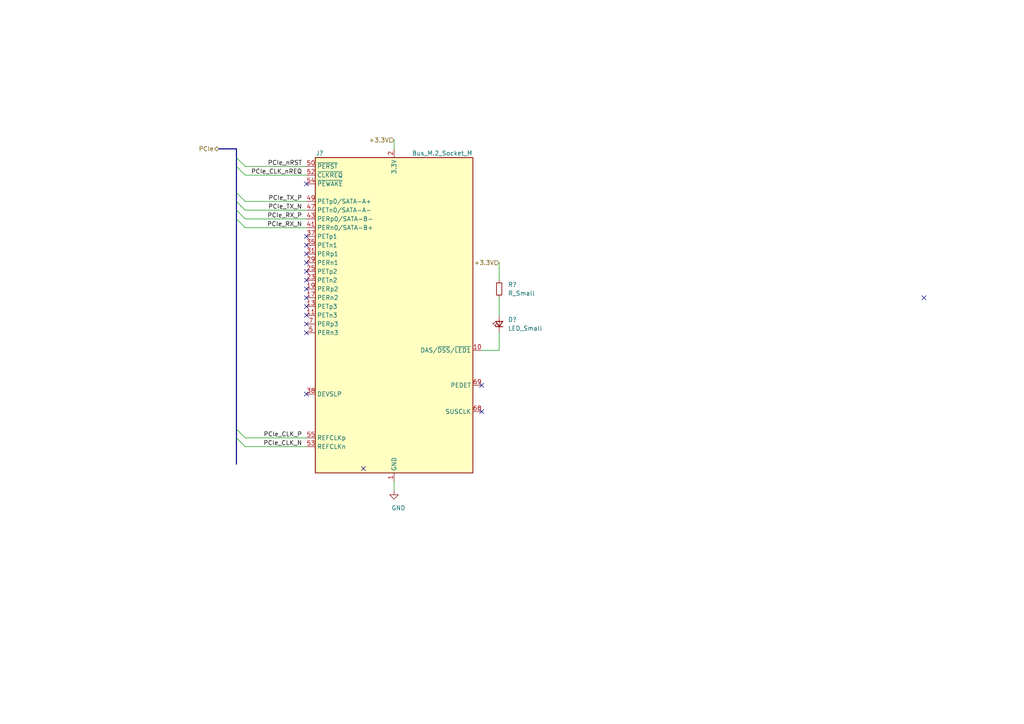
<source format=kicad_sch>
(kicad_sch (version 20201015) (generator eeschema)
  (paper "A4")
  (lib_symbols
    (symbol "Connector:Bus_M.2_Socket_M"
      (property "Reference" "J" (at -22.86 46.99 0))
      (property "Value" "Bus_M.2_Socket_M" (at 16.51 46.99 0))
      (symbol "Bus_M.2_Socket_M_0_1"
        (rectangle (start -22.86 45.72) (end 22.86 -45.72) (stroke (width 0.254)) (fill (type background)))
      )
      (symbol "Bus_M.2_Socket_M_1_1"
        (pin power_in line (at 0 -48.26 90) (length 2.54) (name "GND") (number "1"))
        (pin bidirectional line (at 25.4 -10.16 180) (length 2.54) (name "DAS/~DSS~/~LED1") (number "10"))
        (pin output line (at -25.4 0 0) (length 2.54) (name "PETn3") (number "11"))
        (pin passive line (at 0 48.26 270) (length 2.54) hide (name "3.3V") (number "12"))
        (pin output line (at -25.4 2.54 0) (length 2.54) (name "PETp3") (number "13"))
        (pin passive line (at 0 48.26 270) (length 2.54) hide (name "3.3V") (number "14"))
        (pin passive line (at 0 -48.26 90) (length 2.54) hide (name "GND") (number "15"))
        (pin passive line (at 0 48.26 270) (length 2.54) hide (name "3.3V") (number "16"))
        (pin input line (at -25.4 5.08 0) (length 2.54) (name "PERn2") (number "17"))
        (pin passive line (at 0 48.26 270) (length 2.54) hide (name "3.3V") (number "18"))
        (pin input line (at -25.4 7.62 0) (length 2.54) (name "PERp2") (number "19"))
        (pin power_in line (at 0 48.26 270) (length 2.54) (name "3.3V") (number "2"))
        (pin unconnected line (at 22.86 2.54 180) (length 2.54) hide (name "NC") (number "20"))
        (pin passive line (at 0 -48.26 90) (length 2.54) hide (name "GND") (number "21"))
        (pin unconnected line (at 22.86 5.08 180) (length 2.54) hide (name "NC") (number "22"))
        (pin output line (at -25.4 10.16 0) (length 2.54) (name "PETn2") (number "23"))
        (pin unconnected line (at 22.86 7.62 180) (length 2.54) hide (name "NC") (number "24"))
        (pin output line (at -25.4 12.7 0) (length 2.54) (name "PETp2") (number "25"))
        (pin unconnected line (at 22.86 10.16 180) (length 2.54) hide (name "NC") (number "26"))
        (pin passive line (at 0 -48.26 90) (length 2.54) hide (name "GND") (number "27"))
        (pin unconnected line (at 22.86 12.7 180) (length 2.54) hide (name "NC") (number "28"))
        (pin input line (at -25.4 15.24 0) (length 2.54) (name "PERn1") (number "29"))
        (pin passive line (at 0 -48.26 90) (length 2.54) hide (name "GND") (number "3"))
        (pin unconnected line (at 22.86 15.24 180) (length 2.54) hide (name "NC") (number "30"))
        (pin input line (at -25.4 17.78 0) (length 2.54) (name "PERp1") (number "31"))
        (pin unconnected line (at 22.86 17.78 180) (length 2.54) hide (name "NC") (number "32"))
        (pin passive line (at 0 -48.26 90) (length 2.54) hide (name "GND") (number "33"))
        (pin unconnected line (at 22.86 20.32 180) (length 2.54) hide (name "NC") (number "34"))
        (pin output line (at -25.4 20.32 0) (length 2.54) (name "PETn1") (number "35"))
        (pin unconnected line (at 22.86 22.86 180) (length 2.54) hide (name "NC") (number "36"))
        (pin output line (at -25.4 22.86 0) (length 2.54) (name "PETp1") (number "37"))
        (pin output line (at -25.4 -22.86 0) (length 2.54) (name "DEVSLP") (number "38"))
        (pin passive line (at 0 -48.26 90) (length 2.54) hide (name "GND") (number "39"))
        (pin passive line (at 0 48.26 270) (length 2.54) hide (name "3.3V") (number "4"))
        (pin unconnected line (at 22.86 25.4 180) (length 2.54) hide (name "NC") (number "40"))
        (pin input line (at -25.4 25.4 0) (length 2.54) (name "PERn0/SATA-B+") (number "41"))
        (pin unconnected line (at 22.86 27.94 180) (length 2.54) hide (name "NC") (number "42"))
        (pin input line (at -25.4 27.94 0) (length 2.54) (name "PERp0/SATA-B-") (number "43"))
        (pin unconnected line (at 22.86 30.48 180) (length 2.54) hide (name "NC") (number "44"))
        (pin passive line (at 0 -48.26 90) (length 2.54) hide (name "GND") (number "45"))
        (pin unconnected line (at 22.86 33.02 180) (length 2.54) hide (name "NC") (number "46"))
        (pin output line (at -25.4 30.48 0) (length 2.54) (name "PETn0/SATA-A-") (number "47"))
        (pin unconnected line (at 22.86 35.56 180) (length 2.54) hide (name "NC") (number "48"))
        (pin output line (at -25.4 33.02 0) (length 2.54) (name "PETp0/SATA-A+") (number "49"))
        (pin input line (at -25.4 -5.08 0) (length 2.54) (name "PERn3") (number "5"))
        (pin output line (at -25.4 43.18 0) (length 2.54) (name "~PERST") (number "50"))
        (pin passive line (at 0 -48.26 90) (length 2.54) hide (name "GND") (number "51"))
        (pin bidirectional line (at -25.4 40.64 0) (length 2.54) (name "~CLKREQ") (number "52"))
        (pin output line (at -25.4 -38.1 0) (length 2.54) (name "REFCLKn") (number "53"))
        (pin bidirectional line (at -25.4 38.1 0) (length 2.54) (name "~PEWAKE") (number "54"))
        (pin output line (at -25.4 -35.56 0) (length 2.54) (name "REFCLKp") (number "55"))
        (pin unconnected line (at 22.86 38.1 180) (length 2.54) hide (name "NC") (number "56"))
        (pin passive line (at 0 -48.26 90) (length 2.54) hide (name "GND") (number "57"))
        (pin unconnected line (at 22.86 40.64 180) (length 2.54) hide (name "NC") (number "58"))
        (pin unconnected line (at 22.86 -2.54 180) (length 2.54) hide (name "NC") (number "6"))
        (pin unconnected line (at 22.86 -5.08 180) (length 2.54) hide (name "NC") (number "67"))
        (pin output line (at 25.4 -27.94 180) (length 2.54) (name "SUSCLK") (number "68"))
        (pin passive line (at 25.4 -20.32 180) (length 2.54) (name "PEDET") (number "69"))
        (pin input line (at -25.4 -2.54 0) (length 2.54) (name "PERp3") (number "7"))
        (pin passive line (at 0 48.26 270) (length 2.54) hide (name "3.3V") (number "70"))
        (pin passive line (at 0 -48.26 90) (length 2.54) hide (name "GND") (number "71"))
        (pin passive line (at 0 48.26 270) (length 2.54) hide (name "3.3V") (number "72"))
        (pin passive line (at 0 -48.26 90) (length 2.54) hide (name "GND") (number "73"))
        (pin passive line (at 0 48.26 270) (length 2.54) hide (name "3.3V") (number "74"))
        (pin passive line (at 0 -48.26 90) (length 2.54) hide (name "GND") (number "75"))
        (pin unconnected line (at 22.86 0 180) (length 2.54) hide (name "NC") (number "8"))
        (pin passive line (at 0 -48.26 90) (length 2.54) hide (name "GND") (number "9"))
      )
    )
    (symbol "Device:LED_Small" (pin_numbers hide) (pin_names (offset 0.254) hide)
      (property "Reference" "D" (at -1.27 3.175 0))
      (property "Value" "LED_Small" (at -4.445 -2.54 0))
      (symbol "LED_Small_0_1"
        (polyline (pts (xy -0.762 -1.016) (xy -0.762 1.016)) (stroke (width 0.254)))
        (polyline (pts (xy 1.016 0) (xy -0.762 0)))
        (polyline (pts (xy 0.762 -1.016) (xy -0.762 0) (xy 0.762 1.016) (xy 0.762 -1.016)) (stroke (width 0.254)))
        (polyline (pts (xy 0 0.762) (xy -0.508 1.27) (xy -0.254 1.27) (xy -0.508 1.27) (xy -0.508 1.016)))
        (polyline (pts (xy 0.508 1.27) (xy 0 1.778) (xy 0.254 1.778) (xy 0 1.778) (xy 0 1.524)))
      )
      (symbol "LED_Small_1_1"
        (pin passive line (at -2.54 0 0) (length 1.778) (name "K") (number "1"))
        (pin passive line (at 2.54 0 180) (length 1.778) (name "A") (number "2"))
      )
    )
    (symbol "Device:R_Small" (pin_numbers hide) (pin_names (offset 0.254) hide)
      (property "Reference" "R" (at 0.762 0.508 0))
      (property "Value" "R_Small" (at 0.762 -1.016 0))
      (symbol "R_Small_0_1"
        (rectangle (start -0.762 1.778) (end 0.762 -1.778) (stroke (width 0.2032)))
      )
      (symbol "R_Small_1_1"
        (pin passive line (at 0 2.54 270) (length 0.762) (name "~") (number "1"))
        (pin passive line (at 0 -2.54 90) (length 0.762) (name "~") (number "2"))
      )
    )
    (symbol "power:GND" (power) (pin_names (offset 0))
      (property "Value" "GND" (at 0 -3.81 0))
      (symbol "GND_0_1"
        (polyline (pts (xy 0 0) (xy 0 -1.27) (xy 1.27 -1.27) (xy 0 -2.54) (xy -1.27 -1.27) (xy 0 -1.27)))
      )
      (symbol "GND_1_1"
        (pin power_in line (at 0 0 270) (length 0) hide (name "GND") (number "1"))
      )
    )
  )
  (no_connect (at 88.9 53.34))
  (no_connect (at 88.9 68.58))
  (no_connect (at 88.9 71.12))
  (no_connect (at 88.9 73.66))
  (no_connect (at 88.9 76.2))
  (no_connect (at 88.9 78.74))
  (no_connect (at 88.9 81.28))
  (no_connect (at 88.9 83.82))
  (no_connect (at 88.9 86.36))
  (no_connect (at 88.9 88.9))
  (no_connect (at 88.9 91.44))
  (no_connect (at 88.9 93.98))
  (no_connect (at 88.9 96.52))
  (no_connect (at 88.9 114.3))
  (no_connect (at 105.41 135.89))
  (no_connect (at 139.7 111.76))
  (no_connect (at 139.7 119.38))
  (no_connect (at 267.97 86.36))
  (bus_entry (at 68.58 45.72) (size 2.54 2.54) (stroke (width 0.1524)))
  (bus_entry (at 68.58 48.26) (size 2.54 2.54) (stroke (width 0.1524)))
  (bus_entry (at 68.58 55.88) (size 2.54 2.54) (stroke (width 0.1524)))
  (bus_entry (at 68.58 58.42) (size 2.54 2.54) (stroke (width 0.1524)))
  (bus_entry (at 68.58 60.96) (size 2.54 2.54) (stroke (width 0.1524)))
  (bus_entry (at 68.58 63.5) (size 2.54 2.54) (stroke (width 0.1524)))
  (bus_entry (at 68.58 124.46) (size 2.54 2.54) (stroke (width 0.1524)))
  (bus_entry (at 68.58 127) (size 2.54 2.54) (stroke (width 0.1524)))
  (wire (pts (xy 71.12 48.26) (xy 88.9 48.26)))
  (wire (pts (xy 71.12 50.8) (xy 88.9 50.8)))
  (wire (pts (xy 71.12 58.42) (xy 88.9 58.42)))
  (wire (pts (xy 71.12 60.96) (xy 88.9 60.96)))
  (wire (pts (xy 71.12 63.5) (xy 88.9 63.5)))
  (wire (pts (xy 71.12 66.04) (xy 88.9 66.04)))
  (wire (pts (xy 71.12 127) (xy 88.9 127)))
  (wire (pts (xy 71.12 129.54) (xy 88.9 129.54)))
  (wire (pts (xy 114.3 40.64) (xy 114.3 43.18)))
  (wire (pts (xy 114.3 139.7) (xy 114.3 142.24)))
  (wire (pts (xy 139.7 101.6) (xy 144.78 101.6)))
  (wire (pts (xy 144.78 76.2) (xy 144.78 81.28)))
  (wire (pts (xy 144.78 86.36) (xy 144.78 91.44)))
  (wire (pts (xy 144.78 96.52) (xy 144.78 101.6)))
  (bus (pts (xy 63.5 43.18) (xy 68.58 43.18)))
  (bus (pts (xy 68.58 43.18) (xy 68.58 45.72)))
  (bus (pts (xy 68.58 45.72) (xy 68.58 48.26)))
  (bus (pts (xy 68.58 48.26) (xy 68.58 55.88)))
  (bus (pts (xy 68.58 55.88) (xy 68.58 58.42)))
  (bus (pts (xy 68.58 58.42) (xy 68.58 60.96)))
  (bus (pts (xy 68.58 60.96) (xy 68.58 63.5)))
  (bus (pts (xy 68.58 63.5) (xy 68.58 124.46)))
  (bus (pts (xy 68.58 124.46) (xy 68.58 127)))
  (bus (pts (xy 68.58 127) (xy 68.58 134.62)))
  (label "PCIe_nRST" (at 87.63 48.26 180))
  (label "PCIe_CLK_nREQ" (at 87.63 50.8 180))
  (label "PCIe_TX_P" (at 87.63 58.42 180))
  (label "PCIe_TX_N" (at 87.63 60.96 180))
  (label "PCIe_RX_P" (at 87.63 63.5 180))
  (label "PCIe_RX_N" (at 87.63 66.04 180))
  (label "PCIe_CLK_P" (at 87.63 127 180))
  (label "PCIe_CLK_N" (at 87.63 129.54 180))
  (hierarchical_label "PCIe" (shape bidirectional) (at 63.5 43.18 180))
  (hierarchical_label "+3.3V" (shape input) (at 114.3 40.64 180))
  (hierarchical_label "+3.3V" (shape input) (at 144.78 76.2 180))
  (symbol (lib_id "power:GND") (at 114.3 142.24 0) (unit 1)
    (property "Reference" "#PWR?" (effects hide))
    (property "Value" "GND" (at 115.57 147.32 0))
  )
  (symbol (lib_id "Device:R_Small") (at 144.78 83.82 0) (unit 1)
    (property "Reference" "R?" (at 147.32 82.55 0) (effects (justify left)))
    (property "Value" "R_Small" (at 147.32 85.09 0) (effects (justify left)))
  )
  (symbol (lib_id "Device:LED_Small") (at 144.78 93.98 90) (unit 1)
    (property "Reference" "D?" (at 147.32 92.71 90) (effects (justify right)))
    (property "Value" "LED_Small" (at 147.32 95.25 90) (effects (justify right)))
  )
  (symbol (lib_id "Connector:Bus_M.2_Socket_M") (at 114.3 91.44 0) (unit 1)
    (property "Reference" "J?" (at 92.71 44.45 0))
    (property "Value" "Bus_M.2_Socket_M" (at 128.27 44.45 0))
    (property "Footprint" "LightBlue:TE_2199230_Bus_M.2_M_H4.2mm_P0.5mm_Horizontal" (effects hide))
    (property "Datasheet" "http://read.pudn.com/downloads794/doc/project/3133918/PCIe_M.2_Electromechanical_Spec_Rev1.0_Final_11012013_RS_Clean.pdf#page=155" (effects hide))
  )
)
</source>
